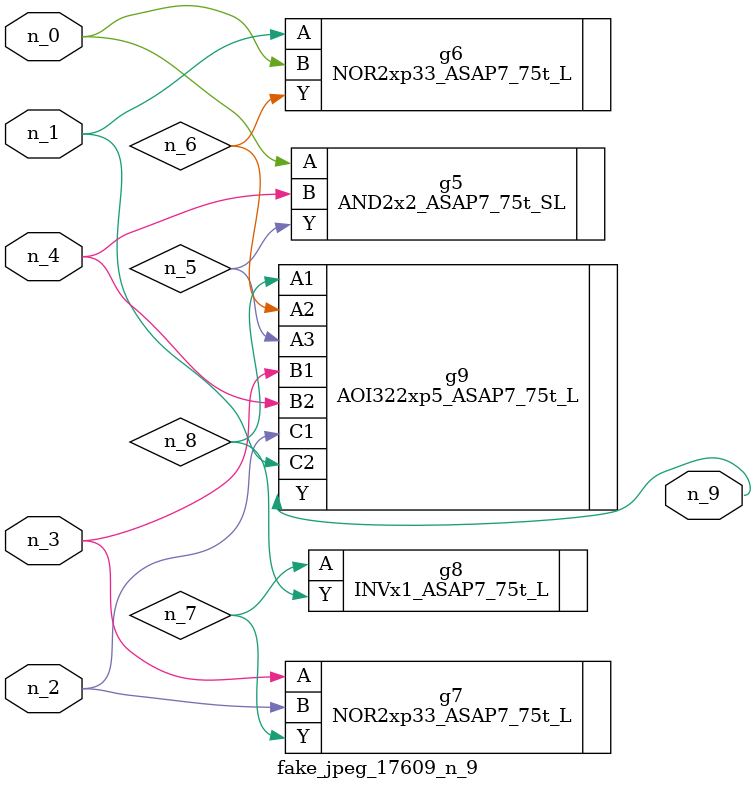
<source format=v>
module fake_jpeg_17609_n_9 (n_3, n_2, n_1, n_0, n_4, n_9);

input n_3;
input n_2;
input n_1;
input n_0;
input n_4;

output n_9;

wire n_8;
wire n_6;
wire n_5;
wire n_7;

AND2x2_ASAP7_75t_SL g5 ( 
.A(n_0),
.B(n_4),
.Y(n_5)
);

NOR2xp33_ASAP7_75t_L g6 ( 
.A(n_1),
.B(n_0),
.Y(n_6)
);

NOR2xp33_ASAP7_75t_L g7 ( 
.A(n_3),
.B(n_2),
.Y(n_7)
);

INVx1_ASAP7_75t_L g8 ( 
.A(n_7),
.Y(n_8)
);

AOI322xp5_ASAP7_75t_L g9 ( 
.A1(n_8),
.A2(n_6),
.A3(n_5),
.B1(n_3),
.B2(n_4),
.C1(n_2),
.C2(n_1),
.Y(n_9)
);


endmodule
</source>
